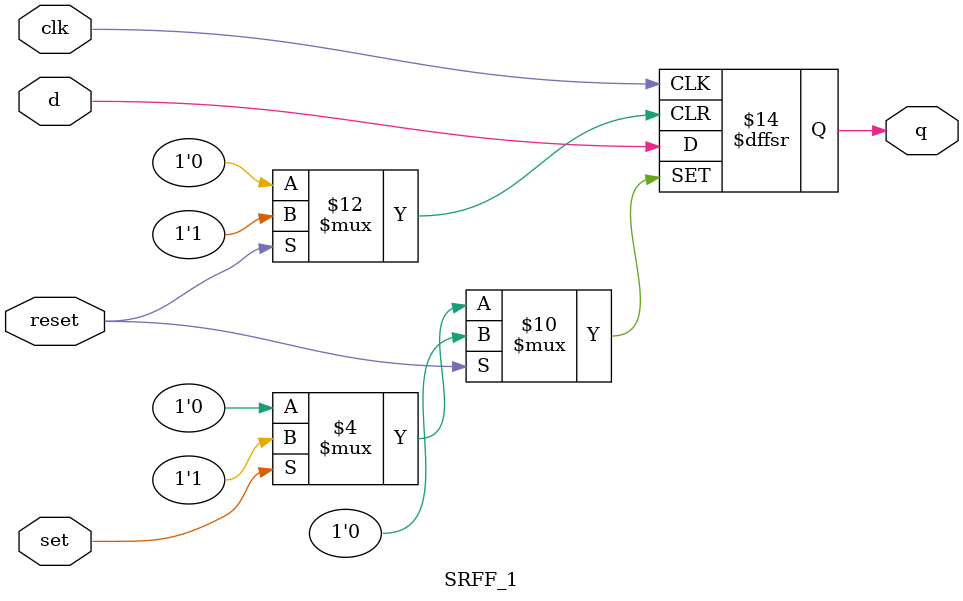
<source format=v>
module SRFF_1(input d, clk, set, reset, output reg q);
always @(posedge clk or posedge set or posedge reset)
    if(set)
	    q <= 1;
	else if(reset)
	    q <= 0;
	else
	    q <= d;
endmodule
</source>
